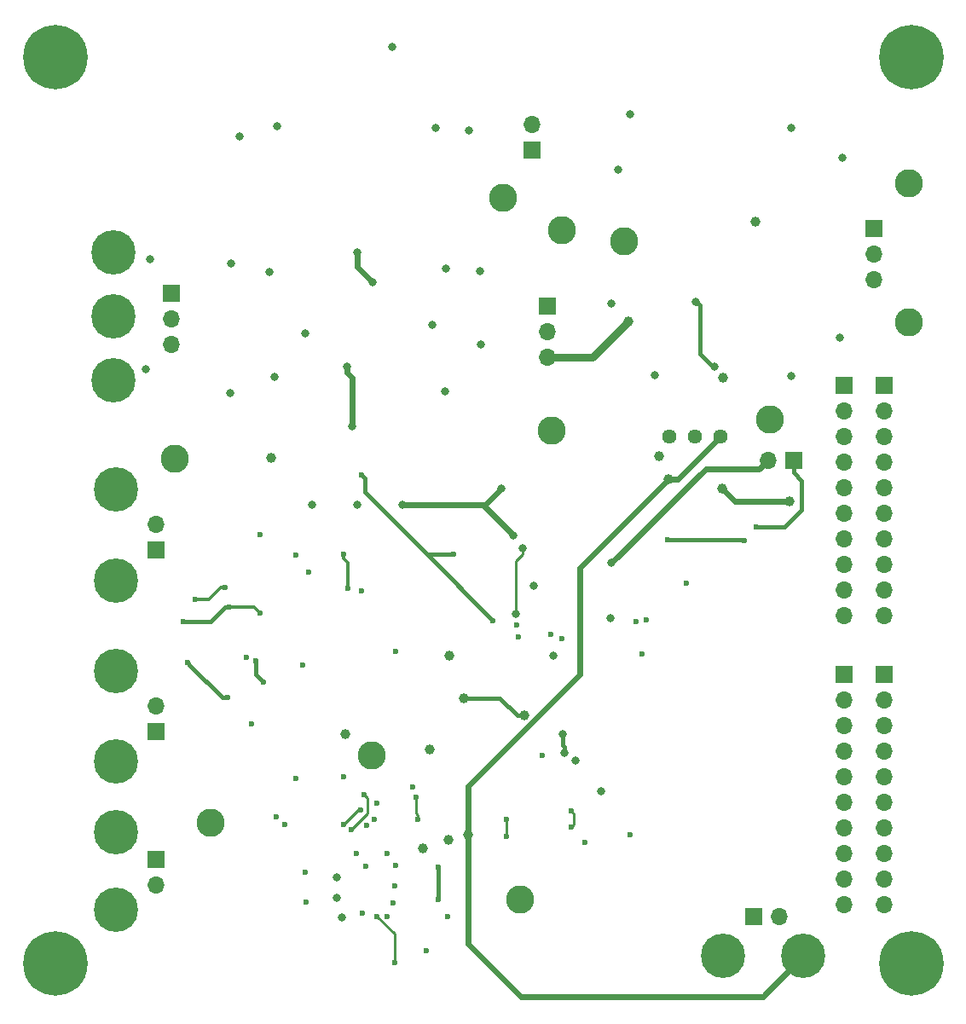
<source format=gbr>
G04 #@! TF.GenerationSoftware,KiCad,Pcbnew,(5.1.5)-3*
G04 #@! TF.CreationDate,2020-10-27T23:20:52+01:00*
G04 #@! TF.ProjectId,converters_1,636f6e76-6572-4746-9572-735f312e6b69,rev?*
G04 #@! TF.SameCoordinates,Original*
G04 #@! TF.FileFunction,Copper,L4,Bot*
G04 #@! TF.FilePolarity,Positive*
%FSLAX46Y46*%
G04 Gerber Fmt 4.6, Leading zero omitted, Abs format (unit mm)*
G04 Created by KiCad (PCBNEW (5.1.5)-3) date 2020-10-27 23:20:52*
%MOMM*%
%LPD*%
G04 APERTURE LIST*
%ADD10C,2.800000*%
%ADD11C,1.440000*%
%ADD12C,0.700000*%
%ADD13C,4.400000*%
%ADD14O,1.700000X1.700000*%
%ADD15R,1.700000X1.700000*%
%ADD16C,0.800000*%
%ADD17C,6.400000*%
%ADD18C,0.600000*%
%ADD19C,1.000000*%
%ADD20C,0.250000*%
%ADD21C,0.300000*%
%ADD22C,0.400000*%
%ADD23C,0.600000*%
%ADD24C,0.800000*%
G04 APERTURE END LIST*
D10*
X56900000Y-64900000D03*
X60400000Y-101100000D03*
X76400000Y-94400000D03*
X89500000Y-39000000D03*
X116000000Y-61000000D03*
X95300000Y-42200000D03*
X91200000Y-108700000D03*
X101500000Y-43300000D03*
X129800000Y-37600000D03*
X94300000Y-62100000D03*
X129800000Y-51400000D03*
D11*
X111040000Y-62700000D03*
X108500000Y-62700000D03*
X105960000Y-62700000D03*
D12*
X52166726Y-75833274D03*
X51000000Y-75350000D03*
X49833274Y-75833274D03*
X49350000Y-77000000D03*
X49833274Y-78166726D03*
X51000000Y-78650000D03*
X52166726Y-78166726D03*
X52650000Y-77000000D03*
D13*
X51000000Y-77000000D03*
D12*
X52166726Y-66833274D03*
X51000000Y-66350000D03*
X49833274Y-66833274D03*
X49350000Y-68000000D03*
X49833274Y-69166726D03*
X51000000Y-69650000D03*
X52166726Y-69166726D03*
X52650000Y-68000000D03*
D13*
X51000000Y-68000000D03*
D12*
X52166726Y-93833274D03*
X51000000Y-93350000D03*
X49833274Y-93833274D03*
X49350000Y-95000000D03*
X49833274Y-96166726D03*
X51000000Y-96650000D03*
X52166726Y-96166726D03*
X52650000Y-95000000D03*
D13*
X51000000Y-95000000D03*
D12*
X52166726Y-84833274D03*
X51000000Y-84350000D03*
X49833274Y-84833274D03*
X49350000Y-86000000D03*
X49833274Y-87166726D03*
X51000000Y-87650000D03*
X52166726Y-87166726D03*
X52650000Y-86000000D03*
D13*
X51000000Y-86000000D03*
D12*
X52166726Y-100833274D03*
X51000000Y-100350000D03*
X49833274Y-100833274D03*
X49350000Y-102000000D03*
X49833274Y-103166726D03*
X51000000Y-103650000D03*
X52166726Y-103166726D03*
X52650000Y-102000000D03*
D13*
X51000000Y-102000000D03*
D12*
X52166726Y-108533274D03*
X51000000Y-108050000D03*
X49833274Y-108533274D03*
X49350000Y-109700000D03*
X49833274Y-110866726D03*
X51000000Y-111350000D03*
X52166726Y-110866726D03*
X52650000Y-109700000D03*
D13*
X51000000Y-109700000D03*
D12*
X112466726Y-115466726D03*
X112950000Y-114300000D03*
X112466726Y-113133274D03*
X111300000Y-112650000D03*
X110133274Y-113133274D03*
X109650000Y-114300000D03*
X110133274Y-115466726D03*
X111300000Y-115950000D03*
D13*
X111300000Y-114300000D03*
D12*
X120466726Y-115466726D03*
X120950000Y-114300000D03*
X120466726Y-113133274D03*
X119300000Y-112650000D03*
X118133274Y-113133274D03*
X117650000Y-114300000D03*
X118133274Y-115466726D03*
X119300000Y-115950000D03*
D13*
X119300000Y-114300000D03*
D14*
X55000000Y-107240000D03*
D15*
X55000000Y-104700000D03*
D14*
X116940000Y-110400000D03*
D15*
X114400000Y-110400000D03*
D14*
X55000000Y-71460000D03*
D15*
X55000000Y-74000000D03*
D14*
X55000000Y-89460000D03*
D15*
X55000000Y-92000000D03*
D14*
X127300000Y-80460000D03*
X127300000Y-77920000D03*
X127300000Y-75380000D03*
X127300000Y-72840000D03*
X127300000Y-70300000D03*
X127300000Y-67760000D03*
X127300000Y-65220000D03*
X127300000Y-62680000D03*
X127300000Y-60140000D03*
D15*
X127300000Y-57600000D03*
D14*
X127300000Y-109160000D03*
X127300000Y-106620000D03*
X127300000Y-104080000D03*
X127300000Y-101540000D03*
X127300000Y-99000000D03*
X127300000Y-96460000D03*
X127300000Y-93920000D03*
X127300000Y-91380000D03*
X127300000Y-88840000D03*
D15*
X127300000Y-86300000D03*
D14*
X123300000Y-80460000D03*
X123300000Y-77920000D03*
X123300000Y-75380000D03*
X123300000Y-72840000D03*
X123300000Y-70300000D03*
X123300000Y-67760000D03*
X123300000Y-65220000D03*
X123300000Y-62680000D03*
X123300000Y-60140000D03*
D15*
X123300000Y-57600000D03*
D14*
X123300000Y-109160000D03*
X123300000Y-106620000D03*
X123300000Y-104080000D03*
X123300000Y-101540000D03*
X123300000Y-99000000D03*
X123300000Y-96460000D03*
X123300000Y-93920000D03*
X123300000Y-91380000D03*
X123300000Y-88840000D03*
D15*
X123300000Y-86300000D03*
D14*
X115760000Y-65050000D03*
D15*
X118300000Y-65050000D03*
D14*
X92350000Y-31710000D03*
D15*
X92350000Y-34250000D03*
D14*
X93850000Y-54850000D03*
X93850000Y-52310000D03*
D15*
X93850000Y-49770000D03*
D14*
X126300000Y-47130000D03*
X126300000Y-44590000D03*
D15*
X126300000Y-42050000D03*
D14*
X56500000Y-53580000D03*
X56500000Y-51040000D03*
D15*
X56500000Y-48500000D03*
D12*
X51966726Y-55983274D03*
X50800000Y-55500000D03*
X49633274Y-55983274D03*
X49150000Y-57150000D03*
X49633274Y-58316726D03*
X50800000Y-58800000D03*
X51966726Y-58316726D03*
X52450000Y-57150000D03*
D13*
X50800000Y-57150000D03*
D12*
X51966726Y-49633274D03*
X50800000Y-49150000D03*
X49633274Y-49633274D03*
X49150000Y-50800000D03*
X49633274Y-51966726D03*
X50800000Y-52450000D03*
X51966726Y-51966726D03*
X52450000Y-50800000D03*
D13*
X50800000Y-50800000D03*
D12*
X51966726Y-43283274D03*
X50800000Y-42800000D03*
X49633274Y-43283274D03*
X49150000Y-44450000D03*
X49633274Y-45616726D03*
X50800000Y-46100000D03*
X51966726Y-45616726D03*
X52450000Y-44450000D03*
D13*
X50800000Y-44450000D03*
D16*
X131697056Y-113302944D03*
X130000000Y-112600000D03*
X128302944Y-113302944D03*
X127600000Y-115000000D03*
X128302944Y-116697056D03*
X130000000Y-117400000D03*
X131697056Y-116697056D03*
X132400000Y-115000000D03*
D17*
X130000000Y-115000000D03*
D16*
X131697056Y-23302944D03*
X130000000Y-22600000D03*
X128302944Y-23302944D03*
X127600000Y-25000000D03*
X128302944Y-26697056D03*
X130000000Y-27400000D03*
X131697056Y-26697056D03*
X132400000Y-25000000D03*
D17*
X130000000Y-25000000D03*
D16*
X46697056Y-23302944D03*
X45000000Y-22600000D03*
X43302944Y-23302944D03*
X42600000Y-25000000D03*
X43302944Y-26697056D03*
X45000000Y-27400000D03*
X46697056Y-26697056D03*
X47400000Y-25000000D03*
D17*
X45000000Y-25000000D03*
D16*
X46697056Y-113302944D03*
X45000000Y-112600000D03*
X43302944Y-113302944D03*
X42600000Y-115000000D03*
X43302944Y-116697056D03*
X45000000Y-117400000D03*
X46697056Y-116697056D03*
X47400000Y-115000000D03*
D17*
X45000000Y-115000000D03*
D16*
X69800000Y-52500000D03*
X83800000Y-46000000D03*
X82400000Y-51600000D03*
X100900000Y-36200000D03*
X102100000Y-30700000D03*
X118100000Y-32100000D03*
X123200000Y-35000000D03*
X118100000Y-56700000D03*
X122900000Y-52900000D03*
X104500000Y-56600000D03*
X100200000Y-49500000D03*
X87300000Y-53600000D03*
X83700000Y-58200000D03*
X87200000Y-46300000D03*
X96700000Y-94900000D03*
X99200000Y-97900000D03*
D18*
X89800000Y-100700000D03*
X89800000Y-102400000D03*
X74925000Y-104075000D03*
X77950000Y-104075000D03*
X69575000Y-85400000D03*
X78800000Y-84075000D03*
X75450000Y-78000000D03*
X70125000Y-76200000D03*
X68875000Y-74500000D03*
X76904449Y-99079449D03*
X107700000Y-77300000D03*
X77975000Y-110375000D03*
X78550000Y-109000000D03*
X78750000Y-107325000D03*
X78825000Y-105325000D03*
X84000000Y-110350000D03*
X75825000Y-105400000D03*
D19*
X104925000Y-64650000D03*
D18*
X61850000Y-77700000D03*
X58925000Y-78900000D03*
X83075000Y-108725000D03*
X83075000Y-105475000D03*
D19*
X81475000Y-103625000D03*
D18*
X64525000Y-91225000D03*
X80500000Y-97550000D03*
X73675000Y-96525000D03*
X97600000Y-103000000D03*
D16*
X74000000Y-55800000D03*
X74500000Y-61700000D03*
D19*
X66475000Y-64825000D03*
X73800000Y-92225000D03*
X82175000Y-93750000D03*
D18*
X65375000Y-72475000D03*
X64025000Y-84600000D03*
D19*
X101950000Y-51250000D03*
X84048054Y-102799990D03*
D16*
X70500000Y-69500000D03*
X75000000Y-69500000D03*
X79500000Y-69500000D03*
X94500000Y-84500000D03*
X90500000Y-72500000D03*
X92500000Y-77500000D03*
X100250000Y-75250000D03*
X73000000Y-106500000D03*
X73498006Y-110496933D03*
X62500000Y-45500000D03*
X62400000Y-58400000D03*
X66800000Y-56800000D03*
X54000000Y-56000000D03*
X54400000Y-45100000D03*
X66300000Y-46400000D03*
X82800000Y-32100000D03*
X86100000Y-32300000D03*
X78500000Y-24000000D03*
X67000000Y-31900000D03*
X63300000Y-32900000D03*
X89300000Y-67900000D03*
X73000000Y-108499989D03*
X100157640Y-80749990D03*
X108600000Y-49300000D03*
X110500000Y-55800000D03*
X76500000Y-47400000D03*
X75000000Y-44400000D03*
D19*
X85600000Y-88700000D03*
X111300000Y-56875000D03*
X91575000Y-90400000D03*
X84125000Y-84450000D03*
X114525000Y-41350000D03*
X117925000Y-69150000D03*
X111225000Y-67850000D03*
D18*
X75425000Y-66525000D03*
X84575000Y-74400000D03*
X88475000Y-81025000D03*
X80975000Y-100700000D03*
X80800000Y-98550000D03*
X76675000Y-100725000D03*
X68925000Y-96625000D03*
X75950000Y-101325000D03*
X66975000Y-100475000D03*
X62275000Y-79675000D03*
X57700000Y-81125000D03*
X65325000Y-80275000D03*
X65675000Y-87125000D03*
X64886793Y-85000011D03*
X62100000Y-88650000D03*
X58131881Y-85183969D03*
X102050000Y-102250000D03*
X93350000Y-94375000D03*
D16*
X91400000Y-73800000D03*
X90700000Y-80300000D03*
D18*
X114625000Y-71675000D03*
X81825000Y-113775000D03*
X76975000Y-110375000D03*
X78675000Y-114925021D03*
X75475000Y-110000000D03*
X69875000Y-108925000D03*
X69825000Y-106000000D03*
X103250000Y-84325000D03*
X95350000Y-82750000D03*
X94250000Y-82325000D03*
X103697127Y-80947127D03*
X102675000Y-81050000D03*
X91000000Y-82575000D03*
X90850000Y-81450000D03*
D19*
X105900000Y-66925000D03*
X86025000Y-102275000D03*
D18*
X73625000Y-74375000D03*
X74025000Y-77800000D03*
D16*
X95600000Y-94100000D03*
X95400000Y-92300000D03*
D18*
X105775000Y-72975000D03*
X113450000Y-73000000D03*
X73675000Y-101225000D03*
X75295183Y-99804817D03*
X75700000Y-98275000D03*
X74425000Y-101775000D03*
X67825000Y-101275000D03*
X96200000Y-99900000D03*
X96200000Y-101500000D03*
D20*
X89800000Y-100700000D02*
X89800000Y-102400000D01*
D21*
X61425736Y-77700000D02*
X60225736Y-78900000D01*
X61850000Y-77700000D02*
X61425736Y-77700000D01*
X60225736Y-78900000D02*
X58925000Y-78900000D01*
D22*
X83075000Y-108725000D02*
X83075000Y-108300736D01*
X83075000Y-108300736D02*
X83075000Y-105475000D01*
D23*
X74000000Y-56365685D02*
X74500000Y-56865685D01*
X74000000Y-55800000D02*
X74000000Y-56365685D01*
X74500000Y-56865685D02*
X74500000Y-61700000D01*
D24*
X98350000Y-54850000D02*
X93850000Y-54850000D01*
X101950000Y-51250000D02*
X98350000Y-54850000D01*
D23*
X114910001Y-65899999D02*
X109600001Y-65899999D01*
X115760000Y-65050000D02*
X114910001Y-65899999D01*
X109600001Y-65899999D02*
X100250000Y-75250000D01*
X79500000Y-69500000D02*
X87500000Y-69500000D01*
X87500000Y-69500000D02*
X90500000Y-72500000D01*
X87500000Y-69500000D02*
X87700000Y-69500000D01*
X87700000Y-69500000D02*
X89300000Y-67900000D01*
D22*
X108999999Y-49699999D02*
X108999999Y-54499999D01*
X108600000Y-49300000D02*
X108999999Y-49699999D01*
X108999999Y-54499999D02*
X110300000Y-55800000D01*
X110300000Y-55800000D02*
X110500000Y-55800000D01*
D23*
X76500000Y-47400000D02*
X75000000Y-45900000D01*
X75000000Y-45900000D02*
X75000000Y-44400000D01*
D22*
X90867894Y-90400000D02*
X89142894Y-88675000D01*
X91575000Y-90400000D02*
X90867894Y-90400000D01*
X89142894Y-88675000D02*
X85625000Y-88675000D01*
D23*
X117925000Y-69150000D02*
X112525000Y-69150000D01*
X112525000Y-69150000D02*
X111225000Y-67850000D01*
D22*
X75724999Y-66824999D02*
X75724999Y-68224999D01*
X75425000Y-66525000D02*
X75724999Y-66824999D01*
X75724999Y-68224999D02*
X81900000Y-74400000D01*
X81900000Y-74400000D02*
X84575000Y-74400000D01*
X81900000Y-74400000D02*
X88475000Y-80975000D01*
X88475000Y-80975000D02*
X88475000Y-81025000D01*
D20*
X80975000Y-100275736D02*
X80800000Y-100100736D01*
X80975000Y-100700000D02*
X80975000Y-100275736D01*
X80800000Y-100100736D02*
X80800000Y-98550000D01*
D22*
X61850736Y-79675000D02*
X60400736Y-81125000D01*
X62275000Y-79675000D02*
X61850736Y-79675000D01*
X60400736Y-81125000D02*
X57700000Y-81125000D01*
D21*
X65325000Y-80275000D02*
X64725000Y-79675000D01*
X64725000Y-79675000D02*
X62225000Y-79675000D01*
D22*
X65675000Y-87125000D02*
X64886793Y-86336793D01*
X64886793Y-86336793D02*
X64886793Y-85000011D01*
X58431880Y-85483968D02*
X58131881Y-85183969D01*
X61597912Y-88650000D02*
X58431880Y-85483968D01*
X62100000Y-88650000D02*
X61597912Y-88650000D01*
D20*
X91400000Y-74365685D02*
X90700000Y-75065685D01*
X91400000Y-73800000D02*
X91400000Y-74365685D01*
X90700000Y-75065685D02*
X90700000Y-80300000D01*
D22*
X114625000Y-71675000D02*
X117425000Y-71675000D01*
X117425000Y-71675000D02*
X119100000Y-70000000D01*
X119100000Y-67100000D02*
X118300000Y-66300000D01*
X118300000Y-66300000D02*
X118300000Y-65050000D01*
X119100000Y-70000000D02*
X119100000Y-67100000D01*
D20*
X78675000Y-112075000D02*
X78675000Y-114925021D01*
X76975000Y-110375000D02*
X78675000Y-112075000D01*
D23*
X111040000Y-62700000D02*
X106815000Y-66925000D01*
X106815000Y-66925000D02*
X105900000Y-66925000D01*
X119300000Y-114300000D02*
X115275000Y-118325000D01*
X115275000Y-118325000D02*
X91250000Y-118325000D01*
X86025000Y-113100000D02*
X86025000Y-102699264D01*
X91250000Y-118325000D02*
X86025000Y-113100000D01*
X86025000Y-102699264D02*
X86025000Y-102275000D01*
X86025000Y-101567894D02*
X86025000Y-102275000D01*
X105900000Y-66925000D02*
X97100000Y-75725000D01*
X86025000Y-97430002D02*
X86025000Y-101567894D01*
X97100000Y-86355002D02*
X86025000Y-97430002D01*
X97100000Y-75725000D02*
X97100000Y-86355002D01*
D21*
X73625000Y-74799264D02*
X74025000Y-75199264D01*
X73625000Y-74375000D02*
X73625000Y-74799264D01*
X74025000Y-75199264D02*
X74025000Y-77800000D01*
D22*
X95600000Y-93534315D02*
X95400000Y-93334315D01*
X95600000Y-94100000D02*
X95600000Y-93534315D01*
X95400000Y-93334315D02*
X95400000Y-92300000D01*
X105775000Y-72975000D02*
X113425000Y-72975000D01*
X113425000Y-72975000D02*
X113450000Y-73000000D01*
D20*
X73675000Y-101225000D02*
X75095183Y-99804817D01*
X75095183Y-99804817D02*
X75295183Y-99804817D01*
X74425000Y-101775000D02*
X76025000Y-100175000D01*
X76025000Y-100175000D02*
X76025000Y-98600000D01*
X76025000Y-98600000D02*
X75700000Y-98275000D01*
X96499999Y-100199999D02*
X96499999Y-101200001D01*
X96200000Y-99900000D02*
X96499999Y-100199999D01*
X96499999Y-101200001D02*
X96200000Y-101500000D01*
M02*

</source>
